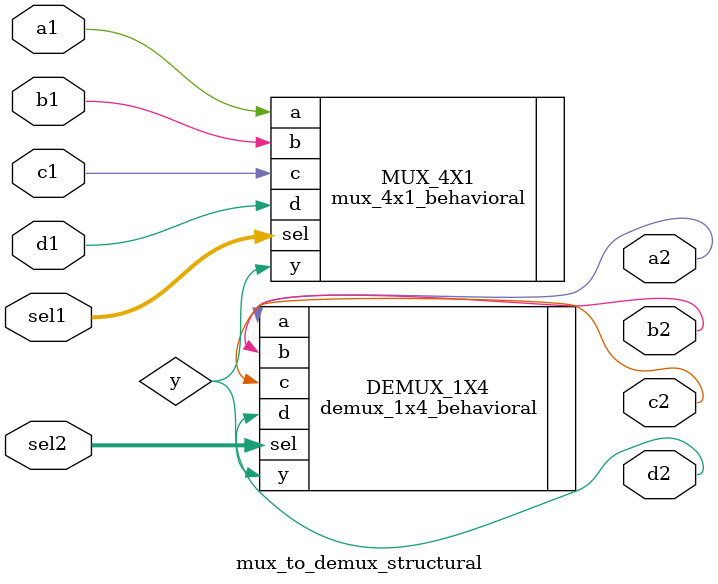
<source format=v>


module mux_to_demux_structural(
    input           a1, b1, c1, d1,      // 4 Inputs
    input           [1:0] sel1,          // Select
    input           [1:0] sel2,          // Select
    output          a2, b2, c2, d2);     // 4 Outputs

    wire  y;

    // 4x1 MULTIPLEXER
    mux_4x1_behavioral MUX_4X1 (
        .a(a1), .b(b1), .c(c1), .d(d1),
        .sel(sel1),
        .y(y)
    );

    // 1x4 DEMULTIPLEXER
    demux_1x4_behavioral DEMUX_1X4 (
        .y(y),
        .sel(sel2),
        .a(a2), .b(b2), .c(c2), .d(d2)
    );

endmodule

</source>
